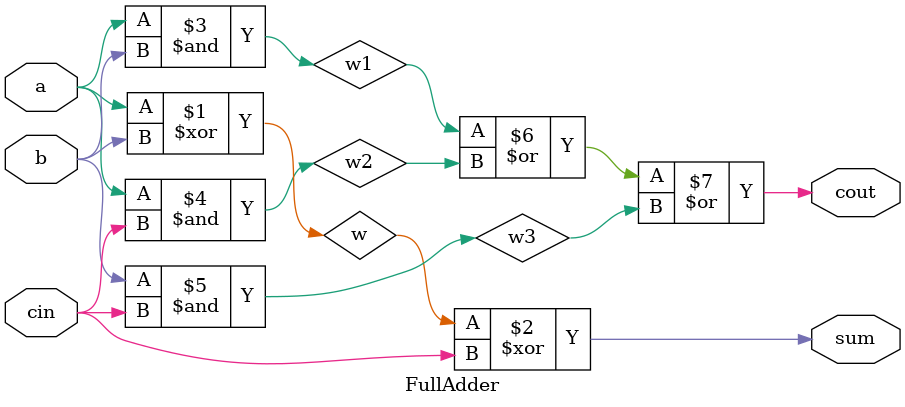
<source format=v>
`timescale 1ns/1ps

module Carry_Look_Ahead_Adder (a, b, cin, cout, sum);
input [4-1:0] a, b;
input cin;
output cout;
output [4-1:0] sum;
wire c1, c2, c3;
wire [4-1:0] g, p, w;

FullAdder fa0 (
    .a (a[0]), 
    .b (b[0]), 
    .cin (cin), 
    .cout (p[0]), 
    .sum (sum[0])
);
and G0 (g[0], a[0], b[0]);
and W0 (w[0], p[0], cin);
or C1 (c1, g[0], w[0]);

FullAdder fa1 (
    .a (a[1]), 
    .b (b[1]), 
    .cin (c1), 
    .cout (p[1]), 
    .sum (sum[1])
);
and G1 (g[1], a[1], b[1]);
and W1 (w[1], p[1], c1);
or C2 (c2, g[1], w[1]);

FullAdder fa2 (
    .a (a[2]), 
    .b (b[2]), 
    .cin (c2), 
    .cout (p[2]), 
    .sum (sum[2])
);
and G2 (g[2], a[2], b[2]);
and W2 (w[2], p[2], c2);
or C3 (c3, g[2], w[2]);

FullAdder fa3 (
    .a (a[3]), 
    .b (b[3]), 
    .cin (c3), 
    .cout (p[3]), 
    .sum (sum[3])
);
and G3 (g[3], a[3], b[3]);
and W3 (w[3], p[3], c3);
or C4 (cout, g[3], w[3]);

endmodule

module FullAdder (a, b, cin, cout, sum);
input a, b, cin;
output sum, cout;
wire w, w1, w2, w3;

xor xor1 (w, a, b);
xor xor2 (sum, w, cin);

and and1 (w1, a, b);
and and2 (w2, a, cin);
and and3 (w3, b, cin);
or ans (cout, w1, w2, w3);

endmodule


</source>
